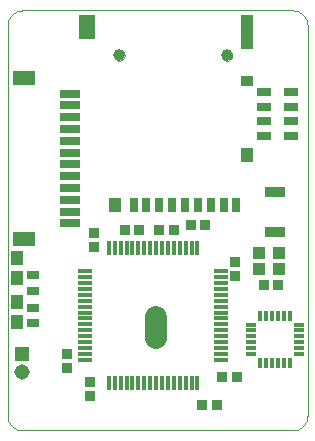
<source format=gts>
G75*
%MOIN*%
%OFA0B0*%
%FSLAX24Y24*%
%IPPOS*%
%LPD*%
%AMOC8*
5,1,8,0,0,1.08239X$1,22.5*
%
%ADD10C,0.0000*%
%ADD11R,0.0355X0.0166*%
%ADD12R,0.0166X0.0355*%
%ADD13R,0.0434X0.0512*%
%ADD14R,0.0316X0.0512*%
%ADD15R,0.0552X0.0788*%
%ADD16R,0.0434X0.1142*%
%ADD17R,0.0434X0.0355*%
%ADD18C,0.0390*%
%ADD19R,0.0355X0.0355*%
%ADD20C,0.0749*%
%ADD21R,0.0516X0.0516*%
%ADD22C,0.0516*%
%ADD23R,0.0650X0.0276*%
%ADD24R,0.0749X0.0512*%
%ADD25R,0.0512X0.0276*%
%ADD26R,0.0512X0.0158*%
%ADD27R,0.0158X0.0512*%
%ADD28R,0.0709X0.0355*%
%ADD29R,0.0434X0.0473*%
%ADD30R,0.0394X0.0316*%
%ADD31R,0.0434X0.0394*%
D10*
X000301Y000700D02*
X000301Y013700D01*
X000303Y013744D01*
X000309Y013787D01*
X000318Y013829D01*
X000331Y013871D01*
X000348Y013911D01*
X000368Y013950D01*
X000391Y013987D01*
X000418Y014021D01*
X000447Y014054D01*
X000480Y014083D01*
X000514Y014110D01*
X000551Y014133D01*
X000590Y014153D01*
X000630Y014170D01*
X000672Y014183D01*
X000714Y014192D01*
X000757Y014198D01*
X000801Y014200D01*
X009801Y014200D01*
X009845Y014198D01*
X009888Y014192D01*
X009930Y014183D01*
X009972Y014170D01*
X010012Y014153D01*
X010051Y014133D01*
X010088Y014110D01*
X010122Y014083D01*
X010155Y014054D01*
X010184Y014021D01*
X010211Y013987D01*
X010234Y013950D01*
X010254Y013911D01*
X010271Y013871D01*
X010284Y013829D01*
X010293Y013787D01*
X010299Y013744D01*
X010301Y013700D01*
X010301Y000700D01*
X010299Y000656D01*
X010293Y000613D01*
X010284Y000571D01*
X010271Y000529D01*
X010254Y000489D01*
X010234Y000450D01*
X010211Y000413D01*
X010184Y000379D01*
X010155Y000346D01*
X010122Y000317D01*
X010088Y000290D01*
X010051Y000267D01*
X010012Y000247D01*
X009972Y000230D01*
X009930Y000217D01*
X009888Y000208D01*
X009845Y000202D01*
X009801Y000200D01*
X000801Y000200D01*
X000757Y000202D01*
X000714Y000208D01*
X000672Y000217D01*
X000630Y000230D01*
X000590Y000247D01*
X000551Y000267D01*
X000514Y000290D01*
X000480Y000317D01*
X000447Y000346D01*
X000418Y000379D01*
X000391Y000413D01*
X000368Y000450D01*
X000348Y000489D01*
X000331Y000529D01*
X000318Y000571D01*
X000309Y000613D01*
X000303Y000656D01*
X000301Y000700D01*
X003853Y012704D02*
X003855Y012730D01*
X003861Y012756D01*
X003870Y012780D01*
X003883Y012803D01*
X003900Y012823D01*
X003919Y012841D01*
X003941Y012856D01*
X003964Y012867D01*
X003989Y012875D01*
X004015Y012879D01*
X004041Y012879D01*
X004067Y012875D01*
X004092Y012867D01*
X004116Y012856D01*
X004137Y012841D01*
X004156Y012823D01*
X004173Y012803D01*
X004186Y012780D01*
X004195Y012756D01*
X004201Y012730D01*
X004203Y012704D01*
X004201Y012678D01*
X004195Y012652D01*
X004186Y012628D01*
X004173Y012605D01*
X004156Y012585D01*
X004137Y012567D01*
X004115Y012552D01*
X004092Y012541D01*
X004067Y012533D01*
X004041Y012529D01*
X004015Y012529D01*
X003989Y012533D01*
X003964Y012541D01*
X003940Y012552D01*
X003919Y012567D01*
X003900Y012585D01*
X003883Y012605D01*
X003870Y012628D01*
X003861Y012652D01*
X003855Y012678D01*
X003853Y012704D01*
X007436Y012704D02*
X007438Y012730D01*
X007444Y012756D01*
X007453Y012780D01*
X007466Y012803D01*
X007483Y012823D01*
X007502Y012841D01*
X007524Y012856D01*
X007547Y012867D01*
X007572Y012875D01*
X007598Y012879D01*
X007624Y012879D01*
X007650Y012875D01*
X007675Y012867D01*
X007699Y012856D01*
X007720Y012841D01*
X007739Y012823D01*
X007756Y012803D01*
X007769Y012780D01*
X007778Y012756D01*
X007784Y012730D01*
X007786Y012704D01*
X007784Y012678D01*
X007778Y012652D01*
X007769Y012628D01*
X007756Y012605D01*
X007739Y012585D01*
X007720Y012567D01*
X007698Y012552D01*
X007675Y012541D01*
X007650Y012533D01*
X007624Y012529D01*
X007598Y012529D01*
X007572Y012533D01*
X007547Y012541D01*
X007523Y012552D01*
X007502Y012567D01*
X007483Y012585D01*
X007466Y012605D01*
X007453Y012628D01*
X007444Y012652D01*
X007438Y012678D01*
X007436Y012704D01*
D11*
X008433Y003731D03*
X008433Y003534D03*
X008433Y003337D03*
X008433Y003141D03*
X008433Y002944D03*
X008433Y002747D03*
X010007Y002747D03*
X010007Y002944D03*
X010007Y003141D03*
X010007Y003337D03*
X010007Y003534D03*
X010007Y003731D03*
D12*
X009712Y004026D03*
X009515Y004026D03*
X009318Y004026D03*
X009122Y004026D03*
X008925Y004026D03*
X008728Y004026D03*
X008728Y002452D03*
X008925Y002452D03*
X009122Y002452D03*
X009318Y002452D03*
X009515Y002452D03*
X009712Y002452D03*
D13*
X008280Y009397D03*
X003890Y007704D03*
D14*
X004501Y007704D03*
X004934Y007704D03*
X005367Y007704D03*
X005800Y007704D03*
X006233Y007704D03*
X006666Y007704D03*
X007099Y007704D03*
X007532Y007704D03*
X007906Y007704D03*
D15*
X002965Y013649D03*
D16*
X008280Y013472D03*
D17*
X008280Y011838D03*
D18*
X007611Y012704D03*
X004028Y012704D03*
D19*
X006403Y007051D03*
X006875Y007051D03*
X007899Y005830D03*
X007899Y005358D03*
X008844Y005043D03*
X009316Y005043D03*
X007938Y001972D03*
X007466Y001972D03*
X007269Y001066D03*
X006797Y001066D03*
X003057Y001342D03*
X003057Y001814D03*
X002269Y002287D03*
X002269Y002759D03*
X003194Y006326D03*
X003194Y006799D03*
X004218Y006893D03*
X004690Y006893D03*
X005362Y006883D03*
X005835Y006883D03*
D20*
X005261Y003996D02*
X005261Y003287D01*
D21*
X000797Y002754D03*
D22*
X000797Y002164D03*
D23*
X002380Y007102D03*
X002380Y007495D03*
X002380Y007889D03*
X002380Y008283D03*
X002380Y008676D03*
X002380Y009070D03*
X002380Y009464D03*
X002380Y009858D03*
X002380Y010251D03*
X002380Y010645D03*
X002380Y011039D03*
X002380Y011432D03*
D24*
X000854Y011944D03*
X000854Y006590D03*
D25*
X008850Y010008D03*
X008850Y010500D03*
X008850Y010992D03*
X008850Y011485D03*
X009755Y011485D03*
X009755Y010992D03*
X009755Y010500D03*
X009755Y010008D03*
D26*
X007419Y005510D03*
X007419Y005313D03*
X007419Y005116D03*
X007419Y004919D03*
X007419Y004722D03*
X007419Y004526D03*
X007419Y004329D03*
X007419Y004132D03*
X007419Y003935D03*
X007419Y003738D03*
X007419Y003541D03*
X007419Y003344D03*
X007419Y003148D03*
X007419Y002951D03*
X007419Y002754D03*
X007419Y002557D03*
X002892Y002557D03*
X002892Y002754D03*
X002892Y002951D03*
X002892Y003148D03*
X002892Y003344D03*
X002892Y003541D03*
X002892Y003738D03*
X002892Y003935D03*
X002892Y004132D03*
X002892Y004329D03*
X002892Y004526D03*
X002892Y004722D03*
X002892Y004919D03*
X002892Y005116D03*
X002892Y005313D03*
X002892Y005510D03*
D27*
X003679Y006297D03*
X003876Y006297D03*
X004073Y006297D03*
X004270Y006297D03*
X004467Y006297D03*
X004663Y006297D03*
X004860Y006297D03*
X005057Y006297D03*
X005254Y006297D03*
X005451Y006297D03*
X005648Y006297D03*
X005845Y006297D03*
X006041Y006297D03*
X006238Y006297D03*
X006435Y006297D03*
X006632Y006297D03*
X006632Y001770D03*
X006435Y001770D03*
X006238Y001770D03*
X006041Y001770D03*
X005845Y001770D03*
X005648Y001770D03*
X005451Y001770D03*
X005254Y001770D03*
X005057Y001770D03*
X004860Y001770D03*
X004663Y001770D03*
X004467Y001770D03*
X004270Y001770D03*
X004073Y001770D03*
X003876Y001770D03*
X003679Y001770D03*
D28*
X009228Y006825D03*
X009228Y008164D03*
D29*
X000609Y005954D03*
X000609Y005284D03*
X000609Y004480D03*
X000609Y003810D03*
D30*
X001141Y003783D03*
X001141Y004294D03*
X001145Y004863D03*
X001145Y005375D03*
D31*
X008686Y005594D03*
X008686Y006106D03*
X009356Y006106D03*
X009356Y005594D03*
M02*

</source>
